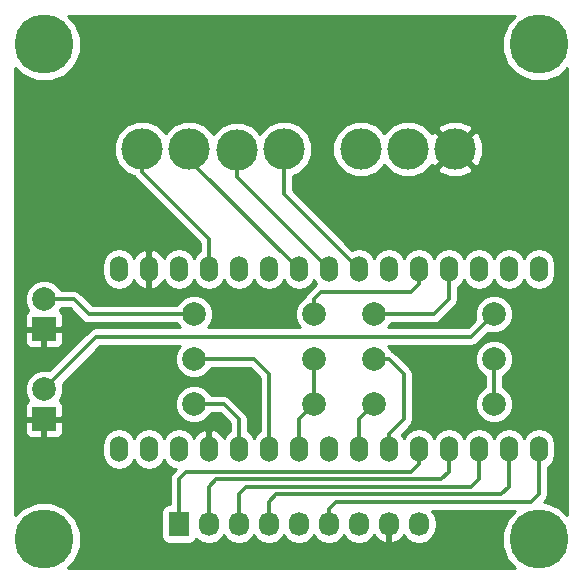
<source format=gbl>
G04 #@! TF.FileFunction,Copper,L2,Bot,Signal*
%FSLAX46Y46*%
G04 Gerber Fmt 4.6, Leading zero omitted, Abs format (unit mm)*
G04 Created by KiCad (PCBNEW 4.0.5+dfsg1-4) date Fri Sep 29 16:02:04 2017*
%MOMM*%
%LPD*%
G01*
G04 APERTURE LIST*
%ADD10C,0.100000*%
%ADD11C,5.000000*%
%ADD12O,1.524000X2.199640*%
%ADD13O,1.524000X2.197100*%
%ADD14R,1.727200X2.032000*%
%ADD15O,1.727200X2.032000*%
%ADD16C,3.500000*%
%ADD17C,1.998980*%
%ADD18R,2.000000X2.000000*%
%ADD19C,2.000000*%
%ADD20C,0.304800*%
%ADD21C,0.254000*%
G04 APERTURE END LIST*
D10*
D11*
X119380000Y-62230000D03*
X77470000Y-62230000D03*
X77470000Y-104140000D03*
D12*
X83820000Y-96520000D03*
X86360000Y-96520000D03*
X88900000Y-96520000D03*
X91440000Y-96520000D03*
X93980000Y-96520000D03*
X96520000Y-96520000D03*
X99060000Y-96520000D03*
X101600000Y-96520000D03*
X104140000Y-96520000D03*
X106680000Y-96520000D03*
X109220000Y-96520000D03*
X111760000Y-96520000D03*
X114300000Y-96520000D03*
X116840000Y-96520000D03*
X119380000Y-96520000D03*
X119380000Y-81280000D03*
X116840000Y-81280000D03*
X114300000Y-81280000D03*
X111760000Y-81280000D03*
D13*
X109220000Y-81280000D03*
X106680000Y-81280000D03*
X104140000Y-81280000D03*
X101600000Y-81280000D03*
X99060000Y-81280000D03*
X96520000Y-81280000D03*
X93980000Y-81280000D03*
X91440000Y-81280000D03*
X88900000Y-81280000D03*
X86360000Y-81280000D03*
X83820000Y-81280000D03*
D14*
X88900000Y-102870000D03*
D15*
X91440000Y-102870000D03*
X93980000Y-102870000D03*
X96520000Y-102870000D03*
X99060000Y-102870000D03*
X101600000Y-102870000D03*
X104140000Y-102870000D03*
X106680000Y-102870000D03*
X109220000Y-102870000D03*
D16*
X85790000Y-71120000D03*
X89790000Y-71120000D03*
X93790000Y-71220000D03*
X97790000Y-71120000D03*
X104290000Y-71120000D03*
X108290000Y-71120000D03*
X112290000Y-71120000D03*
D17*
X90170000Y-92710000D03*
X100330000Y-92710000D03*
X90170000Y-88900000D03*
X100330000Y-88900000D03*
X105410000Y-92710000D03*
X115570000Y-92710000D03*
X105410000Y-88900000D03*
X115570000Y-88900000D03*
D11*
X119380000Y-104140000D03*
D17*
X100330000Y-85090000D03*
X90170000Y-85090000D03*
X105410000Y-85090000D03*
X115570000Y-85090000D03*
D18*
X77470000Y-86360000D03*
D19*
X77470000Y-83820000D03*
D18*
X77470000Y-93980000D03*
D19*
X77470000Y-91440000D03*
D20*
X93980000Y-96520000D02*
X93980000Y-93980000D01*
X92710000Y-92710000D02*
X90170000Y-92710000D01*
X93980000Y-93980000D02*
X92710000Y-92710000D01*
X96520000Y-96520000D02*
X96520000Y-90170000D01*
X95250000Y-88900000D02*
X90170000Y-88900000D01*
X96520000Y-90170000D02*
X95250000Y-88900000D01*
X105410000Y-92710000D02*
X104140000Y-93980000D01*
X104140000Y-93980000D02*
X104140000Y-96520000D01*
X106680000Y-96520000D02*
X106680000Y-95250000D01*
X106680000Y-88900000D02*
X105410000Y-88900000D01*
X107950000Y-90170000D02*
X106680000Y-88900000D01*
X107950000Y-93980000D02*
X107950000Y-90170000D01*
X106680000Y-95250000D02*
X107950000Y-93980000D01*
X109220000Y-96520000D02*
X109220000Y-97790000D01*
X88900000Y-99060000D02*
X88900000Y-102870000D01*
X89535000Y-98425000D02*
X88900000Y-99060000D01*
X108585000Y-98425000D02*
X89535000Y-98425000D01*
X109220000Y-97790000D02*
X108585000Y-98425000D01*
X91440000Y-102870000D02*
X91440000Y-99695000D01*
X111760000Y-98425000D02*
X111760000Y-96520000D01*
X111125000Y-99060000D02*
X111760000Y-98425000D01*
X92075000Y-99060000D02*
X111125000Y-99060000D01*
X91440000Y-99695000D02*
X92075000Y-99060000D01*
X93980000Y-102870000D02*
X93980000Y-100330000D01*
X114300000Y-99060000D02*
X114300000Y-96520000D01*
X113665000Y-99695000D02*
X114300000Y-99060000D01*
X94615000Y-99695000D02*
X113665000Y-99695000D01*
X93980000Y-100330000D02*
X94615000Y-99695000D01*
X96520000Y-102870000D02*
X96520000Y-100965000D01*
X116840000Y-99695000D02*
X116840000Y-96520000D01*
X116205000Y-100330000D02*
X116840000Y-99695000D01*
X97155000Y-100330000D02*
X116205000Y-100330000D01*
X96520000Y-100965000D02*
X97155000Y-100330000D01*
X101600000Y-102870000D02*
X101600000Y-101600000D01*
X119380000Y-100330000D02*
X119380000Y-96520000D01*
X118745000Y-100965000D02*
X119380000Y-100330000D01*
X102235000Y-100965000D02*
X118745000Y-100965000D01*
X101600000Y-101600000D02*
X102235000Y-100965000D01*
X111760000Y-81280000D02*
X111760000Y-83820000D01*
X110490000Y-85090000D02*
X105410000Y-85090000D01*
X111760000Y-83820000D02*
X110490000Y-85090000D01*
X109220000Y-81280000D02*
X109220000Y-82550000D01*
X100330000Y-83820000D02*
X100330000Y-85090000D01*
X100965000Y-83185000D02*
X100330000Y-83820000D01*
X108585000Y-83185000D02*
X100965000Y-83185000D01*
X109220000Y-82550000D02*
X108585000Y-83185000D01*
X97790000Y-71120000D02*
X97790000Y-74930000D01*
X97790000Y-74930000D02*
X104140000Y-81280000D01*
X93790000Y-71220000D02*
X93790000Y-73470000D01*
X93790000Y-73470000D02*
X101600000Y-81280000D01*
X89790000Y-71120000D02*
X89790000Y-72010000D01*
X89790000Y-72010000D02*
X99060000Y-81280000D01*
X85790000Y-71120000D02*
X85790000Y-73090000D01*
X91440000Y-78740000D02*
X91440000Y-81280000D01*
X85790000Y-73090000D02*
X91440000Y-78740000D01*
X115570000Y-88900000D02*
X115570000Y-92710000D01*
X99060000Y-96520000D02*
X99060000Y-93980000D01*
X99060000Y-93980000D02*
X100330000Y-92710000D01*
X100330000Y-88900000D02*
X100330000Y-92710000D01*
X90170000Y-85090000D02*
X81280000Y-85090000D01*
X80010000Y-83820000D02*
X77470000Y-83820000D01*
X81280000Y-85090000D02*
X80010000Y-83820000D01*
X115570000Y-85090000D02*
X113665000Y-86995000D01*
X81915000Y-86995000D02*
X77470000Y-91440000D01*
X113665000Y-86995000D02*
X81915000Y-86995000D01*
D21*
G36*
X116723826Y-60451847D02*
X116245546Y-61603674D01*
X116244457Y-62850854D01*
X116720727Y-64003515D01*
X117601847Y-64886174D01*
X118753674Y-65364454D01*
X120000854Y-65365543D01*
X121153515Y-64889273D01*
X121793000Y-64250903D01*
X121793000Y-102119782D01*
X121158153Y-101483826D01*
X120006326Y-101005546D01*
X119818170Y-101005382D01*
X119936776Y-100886776D01*
X120107463Y-100631325D01*
X120167400Y-100330000D01*
X120167400Y-98013557D01*
X120367828Y-97879635D01*
X120670660Y-97426416D01*
X120777000Y-96891807D01*
X120777000Y-96148193D01*
X120670660Y-95613584D01*
X120367828Y-95160365D01*
X119914609Y-94857533D01*
X119380000Y-94751193D01*
X118845391Y-94857533D01*
X118392172Y-95160365D01*
X118110000Y-95582664D01*
X117827828Y-95160365D01*
X117374609Y-94857533D01*
X116840000Y-94751193D01*
X116305391Y-94857533D01*
X115852172Y-95160365D01*
X115570000Y-95582664D01*
X115287828Y-95160365D01*
X114834609Y-94857533D01*
X114300000Y-94751193D01*
X113765391Y-94857533D01*
X113312172Y-95160365D01*
X113030000Y-95582664D01*
X112747828Y-95160365D01*
X112294609Y-94857533D01*
X111760000Y-94751193D01*
X111225391Y-94857533D01*
X110772172Y-95160365D01*
X110490000Y-95582664D01*
X110207828Y-95160365D01*
X109754609Y-94857533D01*
X109220000Y-94751193D01*
X108685391Y-94857533D01*
X108232172Y-95160365D01*
X107950000Y-95582664D01*
X107754089Y-95289463D01*
X108506776Y-94536776D01*
X108677463Y-94281325D01*
X108737400Y-93980000D01*
X108737400Y-90170000D01*
X108677463Y-89868675D01*
X108506776Y-89613224D01*
X108117246Y-89223694D01*
X113935226Y-89223694D01*
X114183538Y-89824655D01*
X114642927Y-90284846D01*
X114782600Y-90342843D01*
X114782600Y-91266825D01*
X114645345Y-91323538D01*
X114185154Y-91782927D01*
X113935794Y-92383453D01*
X113935226Y-93033694D01*
X114183538Y-93634655D01*
X114642927Y-94094846D01*
X115243453Y-94344206D01*
X115893694Y-94344774D01*
X116494655Y-94096462D01*
X116954846Y-93637073D01*
X117204206Y-93036547D01*
X117204774Y-92386306D01*
X116956462Y-91785345D01*
X116497073Y-91325154D01*
X116357400Y-91267157D01*
X116357400Y-90343175D01*
X116494655Y-90286462D01*
X116954846Y-89827073D01*
X117204206Y-89226547D01*
X117204774Y-88576306D01*
X116956462Y-87975345D01*
X116497073Y-87515154D01*
X115896547Y-87265794D01*
X115246306Y-87265226D01*
X114645345Y-87513538D01*
X114185154Y-87972927D01*
X113935794Y-88573453D01*
X113935226Y-89223694D01*
X108117246Y-89223694D01*
X107236776Y-88343224D01*
X106981325Y-88172537D01*
X106868682Y-88150131D01*
X106796462Y-87975345D01*
X106603853Y-87782400D01*
X113665000Y-87782400D01*
X113966325Y-87722463D01*
X114221776Y-87551776D01*
X115106298Y-86667254D01*
X115243453Y-86724206D01*
X115893694Y-86724774D01*
X116494655Y-86476462D01*
X116954846Y-86017073D01*
X117204206Y-85416547D01*
X117204774Y-84766306D01*
X116956462Y-84165345D01*
X116497073Y-83705154D01*
X115896547Y-83455794D01*
X115246306Y-83455226D01*
X114645345Y-83703538D01*
X114185154Y-84162927D01*
X113935794Y-84763453D01*
X113935226Y-85413694D01*
X113992980Y-85553468D01*
X113338848Y-86207600D01*
X106603986Y-86207600D01*
X106794846Y-86017073D01*
X106852843Y-85877400D01*
X110490000Y-85877400D01*
X110791325Y-85817463D01*
X111046776Y-85646776D01*
X112316776Y-84376776D01*
X112487463Y-84121325D01*
X112547400Y-83820000D01*
X112547400Y-82773557D01*
X112747828Y-82639635D01*
X113030000Y-82217336D01*
X113312172Y-82639635D01*
X113765391Y-82942467D01*
X114300000Y-83048807D01*
X114834609Y-82942467D01*
X115287828Y-82639635D01*
X115570000Y-82217336D01*
X115852172Y-82639635D01*
X116305391Y-82942467D01*
X116840000Y-83048807D01*
X117374609Y-82942467D01*
X117827828Y-82639635D01*
X118110000Y-82217336D01*
X118392172Y-82639635D01*
X118845391Y-82942467D01*
X119380000Y-83048807D01*
X119914609Y-82942467D01*
X120367828Y-82639635D01*
X120670660Y-82186416D01*
X120777000Y-81651807D01*
X120777000Y-80908193D01*
X120670660Y-80373584D01*
X120367828Y-79920365D01*
X119914609Y-79617533D01*
X119380000Y-79511193D01*
X118845391Y-79617533D01*
X118392172Y-79920365D01*
X118110000Y-80342664D01*
X117827828Y-79920365D01*
X117374609Y-79617533D01*
X116840000Y-79511193D01*
X116305391Y-79617533D01*
X115852172Y-79920365D01*
X115570000Y-80342664D01*
X115287828Y-79920365D01*
X114834609Y-79617533D01*
X114300000Y-79511193D01*
X113765391Y-79617533D01*
X113312172Y-79920365D01*
X113030000Y-80342664D01*
X112747828Y-79920365D01*
X112294609Y-79617533D01*
X111760000Y-79511193D01*
X111225391Y-79617533D01*
X110772172Y-79920365D01*
X110489567Y-80343312D01*
X110207828Y-79921660D01*
X109754609Y-79618828D01*
X109220000Y-79512488D01*
X108685391Y-79618828D01*
X108232172Y-79921660D01*
X107950000Y-80343959D01*
X107667828Y-79921660D01*
X107214609Y-79618828D01*
X106680000Y-79512488D01*
X106145391Y-79618828D01*
X105692172Y-79921660D01*
X105410000Y-80343959D01*
X105127828Y-79921660D01*
X104674609Y-79618828D01*
X104140000Y-79512488D01*
X103605391Y-79618828D01*
X103597591Y-79624039D01*
X98577400Y-74603848D01*
X98577400Y-73375227D01*
X99139229Y-73143084D01*
X99810726Y-72472758D01*
X100174585Y-71596487D01*
X100174588Y-71592325D01*
X101904587Y-71592325D01*
X102266916Y-72469229D01*
X102937242Y-73140726D01*
X103813513Y-73504585D01*
X104762325Y-73505413D01*
X105639229Y-73143084D01*
X106290547Y-72492902D01*
X106937242Y-73140726D01*
X107813513Y-73504585D01*
X108762325Y-73505413D01*
X109639229Y-73143084D01*
X109968358Y-72814528D01*
X110775077Y-72814528D01*
X110965364Y-73159271D01*
X111846591Y-73510956D01*
X112795323Y-73498641D01*
X113614636Y-73159271D01*
X113804923Y-72814528D01*
X112290000Y-71299605D01*
X110775077Y-72814528D01*
X109968358Y-72814528D01*
X110307504Y-72475974D01*
X110595472Y-72634923D01*
X112110395Y-71120000D01*
X112469605Y-71120000D01*
X113984528Y-72634923D01*
X114329271Y-72444636D01*
X114680956Y-71563409D01*
X114668641Y-70614677D01*
X114329271Y-69795364D01*
X113984528Y-69605077D01*
X112469605Y-71120000D01*
X112110395Y-71120000D01*
X110595472Y-69605077D01*
X110306760Y-69764436D01*
X109968388Y-69425472D01*
X110775077Y-69425472D01*
X112290000Y-70940395D01*
X113804923Y-69425472D01*
X113614636Y-69080729D01*
X112733409Y-68729044D01*
X111784677Y-68741359D01*
X110965364Y-69080729D01*
X110775077Y-69425472D01*
X109968388Y-69425472D01*
X109642758Y-69099274D01*
X108766487Y-68735415D01*
X107817675Y-68734587D01*
X106940771Y-69096916D01*
X106289453Y-69747098D01*
X105642758Y-69099274D01*
X104766487Y-68735415D01*
X103817675Y-68734587D01*
X102940771Y-69096916D01*
X102269274Y-69767242D01*
X101905415Y-70643513D01*
X101904587Y-71592325D01*
X100174588Y-71592325D01*
X100175413Y-70647675D01*
X99813084Y-69770771D01*
X99142758Y-69099274D01*
X98266487Y-68735415D01*
X97317675Y-68734587D01*
X96440771Y-69096916D01*
X95769274Y-69767242D01*
X95751784Y-69809364D01*
X95142758Y-69199274D01*
X94266487Y-68835415D01*
X93317675Y-68834587D01*
X92440771Y-69196916D01*
X91828511Y-69808108D01*
X91813084Y-69770771D01*
X91142758Y-69099274D01*
X90266487Y-68735415D01*
X89317675Y-68734587D01*
X88440771Y-69096916D01*
X87789453Y-69747098D01*
X87142758Y-69099274D01*
X86266487Y-68735415D01*
X85317675Y-68734587D01*
X84440771Y-69096916D01*
X83769274Y-69767242D01*
X83405415Y-70643513D01*
X83404587Y-71592325D01*
X83766916Y-72469229D01*
X84437242Y-73140726D01*
X85070902Y-73403844D01*
X85233224Y-73646776D01*
X90652600Y-79066152D01*
X90652600Y-79787738D01*
X90452172Y-79921660D01*
X90170000Y-80343959D01*
X89887828Y-79921660D01*
X89434609Y-79618828D01*
X88900000Y-79512488D01*
X88365391Y-79618828D01*
X87912172Y-79921660D01*
X87621358Y-80356893D01*
X87602059Y-80291509D01*
X87258026Y-79865820D01*
X86777277Y-79604190D01*
X86703070Y-79589230D01*
X86487000Y-79711730D01*
X86487000Y-81153000D01*
X86507000Y-81153000D01*
X86507000Y-81407000D01*
X86487000Y-81407000D01*
X86487000Y-82848270D01*
X86703070Y-82970770D01*
X86777277Y-82955810D01*
X87258026Y-82694180D01*
X87602059Y-82268491D01*
X87621358Y-82203107D01*
X87912172Y-82638340D01*
X88365391Y-82941172D01*
X88900000Y-83047512D01*
X89434609Y-82941172D01*
X89887828Y-82638340D01*
X90170000Y-82216041D01*
X90452172Y-82638340D01*
X90905391Y-82941172D01*
X91440000Y-83047512D01*
X91974609Y-82941172D01*
X92427828Y-82638340D01*
X92710000Y-82216041D01*
X92992172Y-82638340D01*
X93445391Y-82941172D01*
X93980000Y-83047512D01*
X94514609Y-82941172D01*
X94967828Y-82638340D01*
X95250000Y-82216041D01*
X95532172Y-82638340D01*
X95985391Y-82941172D01*
X96520000Y-83047512D01*
X97054609Y-82941172D01*
X97507828Y-82638340D01*
X97790000Y-82216041D01*
X98072172Y-82638340D01*
X98525391Y-82941172D01*
X99060000Y-83047512D01*
X99594609Y-82941172D01*
X100047828Y-82638340D01*
X100330000Y-82216041D01*
X100544549Y-82537135D01*
X100408224Y-82628224D01*
X99773224Y-83263224D01*
X99602537Y-83518675D01*
X99580131Y-83631318D01*
X99405345Y-83703538D01*
X98945154Y-84162927D01*
X98695794Y-84763453D01*
X98695226Y-85413694D01*
X98943538Y-86014655D01*
X99136147Y-86207600D01*
X91363986Y-86207600D01*
X91554846Y-86017073D01*
X91804206Y-85416547D01*
X91804774Y-84766306D01*
X91556462Y-84165345D01*
X91097073Y-83705154D01*
X90496547Y-83455794D01*
X89846306Y-83455226D01*
X89245345Y-83703538D01*
X88785154Y-84162927D01*
X88727157Y-84302600D01*
X81606152Y-84302600D01*
X80566776Y-83263224D01*
X80311325Y-83092537D01*
X80010000Y-83032600D01*
X78913726Y-83032600D01*
X78856894Y-82895057D01*
X78397363Y-82434722D01*
X77796648Y-82185284D01*
X77146205Y-82184716D01*
X76545057Y-82433106D01*
X76084722Y-82892637D01*
X75835284Y-83493352D01*
X75834716Y-84143795D01*
X76083106Y-84744943D01*
X76145251Y-84807197D01*
X76110302Y-84821673D01*
X75931673Y-85000301D01*
X75835000Y-85233690D01*
X75835000Y-86074250D01*
X75993750Y-86233000D01*
X77343000Y-86233000D01*
X77343000Y-86213000D01*
X77597000Y-86213000D01*
X77597000Y-86233000D01*
X78946250Y-86233000D01*
X79105000Y-86074250D01*
X79105000Y-85233690D01*
X79008327Y-85000301D01*
X78829698Y-84821673D01*
X78795166Y-84807370D01*
X78855278Y-84747363D01*
X78913396Y-84607400D01*
X79683848Y-84607400D01*
X80723224Y-85646776D01*
X80978675Y-85817463D01*
X81280000Y-85877400D01*
X88726825Y-85877400D01*
X88783538Y-86014655D01*
X88976147Y-86207600D01*
X81915000Y-86207600D01*
X81613675Y-86267537D01*
X81358224Y-86438224D01*
X77934092Y-89862356D01*
X77796648Y-89805284D01*
X77146205Y-89804716D01*
X76545057Y-90053106D01*
X76084722Y-90512637D01*
X75835284Y-91113352D01*
X75834716Y-91763795D01*
X76083106Y-92364943D01*
X76145251Y-92427197D01*
X76110302Y-92441673D01*
X75931673Y-92620301D01*
X75835000Y-92853690D01*
X75835000Y-93694250D01*
X75993750Y-93853000D01*
X77343000Y-93853000D01*
X77343000Y-93833000D01*
X77597000Y-93833000D01*
X77597000Y-93853000D01*
X78946250Y-93853000D01*
X79105000Y-93694250D01*
X79105000Y-92853690D01*
X79008327Y-92620301D01*
X78829698Y-92441673D01*
X78795166Y-92427370D01*
X78855278Y-92367363D01*
X79104716Y-91766648D01*
X79105284Y-91116205D01*
X79047411Y-90976141D01*
X82241152Y-87782400D01*
X88976014Y-87782400D01*
X88785154Y-87972927D01*
X88535794Y-88573453D01*
X88535226Y-89223694D01*
X88783538Y-89824655D01*
X89242927Y-90284846D01*
X89843453Y-90534206D01*
X90493694Y-90534774D01*
X91094655Y-90286462D01*
X91554846Y-89827073D01*
X91612843Y-89687400D01*
X94923848Y-89687400D01*
X95732600Y-90496152D01*
X95732600Y-95026443D01*
X95532172Y-95160365D01*
X95250000Y-95582664D01*
X94967828Y-95160365D01*
X94767400Y-95026443D01*
X94767400Y-93980000D01*
X94707463Y-93678675D01*
X94536776Y-93423224D01*
X93266776Y-92153224D01*
X93011325Y-91982537D01*
X92710000Y-91922600D01*
X91613175Y-91922600D01*
X91556462Y-91785345D01*
X91097073Y-91325154D01*
X90496547Y-91075794D01*
X89846306Y-91075226D01*
X89245345Y-91323538D01*
X88785154Y-91782927D01*
X88535794Y-92383453D01*
X88535226Y-93033694D01*
X88783538Y-93634655D01*
X89242927Y-94094846D01*
X89843453Y-94344206D01*
X90493694Y-94344774D01*
X91094655Y-94096462D01*
X91554846Y-93637073D01*
X91612843Y-93497400D01*
X92383848Y-93497400D01*
X93192600Y-94306152D01*
X93192600Y-95026443D01*
X92992172Y-95160365D01*
X92701353Y-95595606D01*
X92682059Y-95530239D01*
X92338026Y-95104550D01*
X91857277Y-94842920D01*
X91783070Y-94827960D01*
X91567000Y-94950460D01*
X91567000Y-96393000D01*
X91587000Y-96393000D01*
X91587000Y-96647000D01*
X91567000Y-96647000D01*
X91567000Y-96667000D01*
X91313000Y-96667000D01*
X91313000Y-96647000D01*
X91293000Y-96647000D01*
X91293000Y-96393000D01*
X91313000Y-96393000D01*
X91313000Y-94950460D01*
X91096930Y-94827960D01*
X91022723Y-94842920D01*
X90541974Y-95104550D01*
X90197941Y-95530239D01*
X90178647Y-95595606D01*
X89887828Y-95160365D01*
X89434609Y-94857533D01*
X88900000Y-94751193D01*
X88365391Y-94857533D01*
X87912172Y-95160365D01*
X87630000Y-95582664D01*
X87347828Y-95160365D01*
X86894609Y-94857533D01*
X86360000Y-94751193D01*
X85825391Y-94857533D01*
X85372172Y-95160365D01*
X85090000Y-95582664D01*
X84807828Y-95160365D01*
X84354609Y-94857533D01*
X83820000Y-94751193D01*
X83285391Y-94857533D01*
X82832172Y-95160365D01*
X82529340Y-95613584D01*
X82423000Y-96148193D01*
X82423000Y-96891807D01*
X82529340Y-97426416D01*
X82832172Y-97879635D01*
X83285391Y-98182467D01*
X83820000Y-98288807D01*
X84354609Y-98182467D01*
X84807828Y-97879635D01*
X85090000Y-97457336D01*
X85372172Y-97879635D01*
X85825391Y-98182467D01*
X86360000Y-98288807D01*
X86894609Y-98182467D01*
X87347828Y-97879635D01*
X87630000Y-97457336D01*
X87912172Y-97879635D01*
X88365391Y-98182467D01*
X88614442Y-98232006D01*
X88343224Y-98503224D01*
X88172537Y-98758675D01*
X88112600Y-99060000D01*
X88112600Y-101206560D01*
X88036400Y-101206560D01*
X87801083Y-101250838D01*
X87584959Y-101389910D01*
X87439969Y-101602110D01*
X87388960Y-101854000D01*
X87388960Y-103886000D01*
X87433238Y-104121317D01*
X87572310Y-104337441D01*
X87784510Y-104482431D01*
X88036400Y-104533440D01*
X89763600Y-104533440D01*
X89998917Y-104489162D01*
X90215041Y-104350090D01*
X90360031Y-104137890D01*
X90368400Y-104096561D01*
X90380330Y-104114415D01*
X90866511Y-104439271D01*
X91440000Y-104553345D01*
X92013489Y-104439271D01*
X92499670Y-104114415D01*
X92710000Y-103799634D01*
X92920330Y-104114415D01*
X93406511Y-104439271D01*
X93980000Y-104553345D01*
X94553489Y-104439271D01*
X95039670Y-104114415D01*
X95250000Y-103799634D01*
X95460330Y-104114415D01*
X95946511Y-104439271D01*
X96520000Y-104553345D01*
X97093489Y-104439271D01*
X97579670Y-104114415D01*
X97790000Y-103799634D01*
X98000330Y-104114415D01*
X98486511Y-104439271D01*
X99060000Y-104553345D01*
X99633489Y-104439271D01*
X100119670Y-104114415D01*
X100330000Y-103799634D01*
X100540330Y-104114415D01*
X101026511Y-104439271D01*
X101600000Y-104553345D01*
X102173489Y-104439271D01*
X102659670Y-104114415D01*
X102870000Y-103799634D01*
X103080330Y-104114415D01*
X103566511Y-104439271D01*
X104140000Y-104553345D01*
X104713489Y-104439271D01*
X105199670Y-104114415D01*
X105406461Y-103804931D01*
X105777964Y-104220732D01*
X106305209Y-104474709D01*
X106320974Y-104477358D01*
X106553000Y-104356217D01*
X106553000Y-102997000D01*
X106533000Y-102997000D01*
X106533000Y-102743000D01*
X106553000Y-102743000D01*
X106553000Y-102723000D01*
X106807000Y-102723000D01*
X106807000Y-102743000D01*
X106827000Y-102743000D01*
X106827000Y-102997000D01*
X106807000Y-102997000D01*
X106807000Y-104356217D01*
X107039026Y-104477358D01*
X107054791Y-104474709D01*
X107582036Y-104220732D01*
X107953539Y-103804931D01*
X108160330Y-104114415D01*
X108646511Y-104439271D01*
X109220000Y-104553345D01*
X109793489Y-104439271D01*
X110279670Y-104114415D01*
X110604526Y-103628234D01*
X110718600Y-103054745D01*
X110718600Y-102685255D01*
X110604526Y-102111766D01*
X110364405Y-101752400D01*
X117334337Y-101752400D01*
X116723826Y-102361847D01*
X116245546Y-103513674D01*
X116244457Y-104760854D01*
X116720727Y-105913515D01*
X117359097Y-106553000D01*
X79490218Y-106553000D01*
X80126174Y-105918153D01*
X80604454Y-104766326D01*
X80605543Y-103519146D01*
X80129273Y-102366485D01*
X79248153Y-101483826D01*
X78096326Y-101005546D01*
X76849146Y-101004457D01*
X75696485Y-101480727D01*
X75057000Y-102119097D01*
X75057000Y-94265750D01*
X75835000Y-94265750D01*
X75835000Y-95106310D01*
X75931673Y-95339699D01*
X76110302Y-95518327D01*
X76343691Y-95615000D01*
X77184250Y-95615000D01*
X77343000Y-95456250D01*
X77343000Y-94107000D01*
X77597000Y-94107000D01*
X77597000Y-95456250D01*
X77755750Y-95615000D01*
X78596309Y-95615000D01*
X78829698Y-95518327D01*
X79008327Y-95339699D01*
X79105000Y-95106310D01*
X79105000Y-94265750D01*
X78946250Y-94107000D01*
X77597000Y-94107000D01*
X77343000Y-94107000D01*
X75993750Y-94107000D01*
X75835000Y-94265750D01*
X75057000Y-94265750D01*
X75057000Y-86645750D01*
X75835000Y-86645750D01*
X75835000Y-87486310D01*
X75931673Y-87719699D01*
X76110302Y-87898327D01*
X76343691Y-87995000D01*
X77184250Y-87995000D01*
X77343000Y-87836250D01*
X77343000Y-86487000D01*
X77597000Y-86487000D01*
X77597000Y-87836250D01*
X77755750Y-87995000D01*
X78596309Y-87995000D01*
X78829698Y-87898327D01*
X79008327Y-87719699D01*
X79105000Y-87486310D01*
X79105000Y-86645750D01*
X78946250Y-86487000D01*
X77597000Y-86487000D01*
X77343000Y-86487000D01*
X75993750Y-86487000D01*
X75835000Y-86645750D01*
X75057000Y-86645750D01*
X75057000Y-80909488D01*
X82423000Y-80909488D01*
X82423000Y-81650512D01*
X82529340Y-82185121D01*
X82832172Y-82638340D01*
X83285391Y-82941172D01*
X83820000Y-83047512D01*
X84354609Y-82941172D01*
X84807828Y-82638340D01*
X85098642Y-82203107D01*
X85117941Y-82268491D01*
X85461974Y-82694180D01*
X85942723Y-82955810D01*
X86016930Y-82970770D01*
X86233000Y-82848270D01*
X86233000Y-81407000D01*
X86213000Y-81407000D01*
X86213000Y-81153000D01*
X86233000Y-81153000D01*
X86233000Y-79711730D01*
X86016930Y-79589230D01*
X85942723Y-79604190D01*
X85461974Y-79865820D01*
X85117941Y-80291509D01*
X85098642Y-80356893D01*
X84807828Y-79921660D01*
X84354609Y-79618828D01*
X83820000Y-79512488D01*
X83285391Y-79618828D01*
X82832172Y-79921660D01*
X82529340Y-80374879D01*
X82423000Y-80909488D01*
X75057000Y-80909488D01*
X75057000Y-64250218D01*
X75691847Y-64886174D01*
X76843674Y-65364454D01*
X78090854Y-65365543D01*
X79243515Y-64889273D01*
X80126174Y-64008153D01*
X80604454Y-62856326D01*
X80605543Y-61609146D01*
X80129273Y-60456485D01*
X79490903Y-59817000D01*
X117359782Y-59817000D01*
X116723826Y-60451847D01*
X116723826Y-60451847D01*
G37*
X116723826Y-60451847D02*
X116245546Y-61603674D01*
X116244457Y-62850854D01*
X116720727Y-64003515D01*
X117601847Y-64886174D01*
X118753674Y-65364454D01*
X120000854Y-65365543D01*
X121153515Y-64889273D01*
X121793000Y-64250903D01*
X121793000Y-102119782D01*
X121158153Y-101483826D01*
X120006326Y-101005546D01*
X119818170Y-101005382D01*
X119936776Y-100886776D01*
X120107463Y-100631325D01*
X120167400Y-100330000D01*
X120167400Y-98013557D01*
X120367828Y-97879635D01*
X120670660Y-97426416D01*
X120777000Y-96891807D01*
X120777000Y-96148193D01*
X120670660Y-95613584D01*
X120367828Y-95160365D01*
X119914609Y-94857533D01*
X119380000Y-94751193D01*
X118845391Y-94857533D01*
X118392172Y-95160365D01*
X118110000Y-95582664D01*
X117827828Y-95160365D01*
X117374609Y-94857533D01*
X116840000Y-94751193D01*
X116305391Y-94857533D01*
X115852172Y-95160365D01*
X115570000Y-95582664D01*
X115287828Y-95160365D01*
X114834609Y-94857533D01*
X114300000Y-94751193D01*
X113765391Y-94857533D01*
X113312172Y-95160365D01*
X113030000Y-95582664D01*
X112747828Y-95160365D01*
X112294609Y-94857533D01*
X111760000Y-94751193D01*
X111225391Y-94857533D01*
X110772172Y-95160365D01*
X110490000Y-95582664D01*
X110207828Y-95160365D01*
X109754609Y-94857533D01*
X109220000Y-94751193D01*
X108685391Y-94857533D01*
X108232172Y-95160365D01*
X107950000Y-95582664D01*
X107754089Y-95289463D01*
X108506776Y-94536776D01*
X108677463Y-94281325D01*
X108737400Y-93980000D01*
X108737400Y-90170000D01*
X108677463Y-89868675D01*
X108506776Y-89613224D01*
X108117246Y-89223694D01*
X113935226Y-89223694D01*
X114183538Y-89824655D01*
X114642927Y-90284846D01*
X114782600Y-90342843D01*
X114782600Y-91266825D01*
X114645345Y-91323538D01*
X114185154Y-91782927D01*
X113935794Y-92383453D01*
X113935226Y-93033694D01*
X114183538Y-93634655D01*
X114642927Y-94094846D01*
X115243453Y-94344206D01*
X115893694Y-94344774D01*
X116494655Y-94096462D01*
X116954846Y-93637073D01*
X117204206Y-93036547D01*
X117204774Y-92386306D01*
X116956462Y-91785345D01*
X116497073Y-91325154D01*
X116357400Y-91267157D01*
X116357400Y-90343175D01*
X116494655Y-90286462D01*
X116954846Y-89827073D01*
X117204206Y-89226547D01*
X117204774Y-88576306D01*
X116956462Y-87975345D01*
X116497073Y-87515154D01*
X115896547Y-87265794D01*
X115246306Y-87265226D01*
X114645345Y-87513538D01*
X114185154Y-87972927D01*
X113935794Y-88573453D01*
X113935226Y-89223694D01*
X108117246Y-89223694D01*
X107236776Y-88343224D01*
X106981325Y-88172537D01*
X106868682Y-88150131D01*
X106796462Y-87975345D01*
X106603853Y-87782400D01*
X113665000Y-87782400D01*
X113966325Y-87722463D01*
X114221776Y-87551776D01*
X115106298Y-86667254D01*
X115243453Y-86724206D01*
X115893694Y-86724774D01*
X116494655Y-86476462D01*
X116954846Y-86017073D01*
X117204206Y-85416547D01*
X117204774Y-84766306D01*
X116956462Y-84165345D01*
X116497073Y-83705154D01*
X115896547Y-83455794D01*
X115246306Y-83455226D01*
X114645345Y-83703538D01*
X114185154Y-84162927D01*
X113935794Y-84763453D01*
X113935226Y-85413694D01*
X113992980Y-85553468D01*
X113338848Y-86207600D01*
X106603986Y-86207600D01*
X106794846Y-86017073D01*
X106852843Y-85877400D01*
X110490000Y-85877400D01*
X110791325Y-85817463D01*
X111046776Y-85646776D01*
X112316776Y-84376776D01*
X112487463Y-84121325D01*
X112547400Y-83820000D01*
X112547400Y-82773557D01*
X112747828Y-82639635D01*
X113030000Y-82217336D01*
X113312172Y-82639635D01*
X113765391Y-82942467D01*
X114300000Y-83048807D01*
X114834609Y-82942467D01*
X115287828Y-82639635D01*
X115570000Y-82217336D01*
X115852172Y-82639635D01*
X116305391Y-82942467D01*
X116840000Y-83048807D01*
X117374609Y-82942467D01*
X117827828Y-82639635D01*
X118110000Y-82217336D01*
X118392172Y-82639635D01*
X118845391Y-82942467D01*
X119380000Y-83048807D01*
X119914609Y-82942467D01*
X120367828Y-82639635D01*
X120670660Y-82186416D01*
X120777000Y-81651807D01*
X120777000Y-80908193D01*
X120670660Y-80373584D01*
X120367828Y-79920365D01*
X119914609Y-79617533D01*
X119380000Y-79511193D01*
X118845391Y-79617533D01*
X118392172Y-79920365D01*
X118110000Y-80342664D01*
X117827828Y-79920365D01*
X117374609Y-79617533D01*
X116840000Y-79511193D01*
X116305391Y-79617533D01*
X115852172Y-79920365D01*
X115570000Y-80342664D01*
X115287828Y-79920365D01*
X114834609Y-79617533D01*
X114300000Y-79511193D01*
X113765391Y-79617533D01*
X113312172Y-79920365D01*
X113030000Y-80342664D01*
X112747828Y-79920365D01*
X112294609Y-79617533D01*
X111760000Y-79511193D01*
X111225391Y-79617533D01*
X110772172Y-79920365D01*
X110489567Y-80343312D01*
X110207828Y-79921660D01*
X109754609Y-79618828D01*
X109220000Y-79512488D01*
X108685391Y-79618828D01*
X108232172Y-79921660D01*
X107950000Y-80343959D01*
X107667828Y-79921660D01*
X107214609Y-79618828D01*
X106680000Y-79512488D01*
X106145391Y-79618828D01*
X105692172Y-79921660D01*
X105410000Y-80343959D01*
X105127828Y-79921660D01*
X104674609Y-79618828D01*
X104140000Y-79512488D01*
X103605391Y-79618828D01*
X103597591Y-79624039D01*
X98577400Y-74603848D01*
X98577400Y-73375227D01*
X99139229Y-73143084D01*
X99810726Y-72472758D01*
X100174585Y-71596487D01*
X100174588Y-71592325D01*
X101904587Y-71592325D01*
X102266916Y-72469229D01*
X102937242Y-73140726D01*
X103813513Y-73504585D01*
X104762325Y-73505413D01*
X105639229Y-73143084D01*
X106290547Y-72492902D01*
X106937242Y-73140726D01*
X107813513Y-73504585D01*
X108762325Y-73505413D01*
X109639229Y-73143084D01*
X109968358Y-72814528D01*
X110775077Y-72814528D01*
X110965364Y-73159271D01*
X111846591Y-73510956D01*
X112795323Y-73498641D01*
X113614636Y-73159271D01*
X113804923Y-72814528D01*
X112290000Y-71299605D01*
X110775077Y-72814528D01*
X109968358Y-72814528D01*
X110307504Y-72475974D01*
X110595472Y-72634923D01*
X112110395Y-71120000D01*
X112469605Y-71120000D01*
X113984528Y-72634923D01*
X114329271Y-72444636D01*
X114680956Y-71563409D01*
X114668641Y-70614677D01*
X114329271Y-69795364D01*
X113984528Y-69605077D01*
X112469605Y-71120000D01*
X112110395Y-71120000D01*
X110595472Y-69605077D01*
X110306760Y-69764436D01*
X109968388Y-69425472D01*
X110775077Y-69425472D01*
X112290000Y-70940395D01*
X113804923Y-69425472D01*
X113614636Y-69080729D01*
X112733409Y-68729044D01*
X111784677Y-68741359D01*
X110965364Y-69080729D01*
X110775077Y-69425472D01*
X109968388Y-69425472D01*
X109642758Y-69099274D01*
X108766487Y-68735415D01*
X107817675Y-68734587D01*
X106940771Y-69096916D01*
X106289453Y-69747098D01*
X105642758Y-69099274D01*
X104766487Y-68735415D01*
X103817675Y-68734587D01*
X102940771Y-69096916D01*
X102269274Y-69767242D01*
X101905415Y-70643513D01*
X101904587Y-71592325D01*
X100174588Y-71592325D01*
X100175413Y-70647675D01*
X99813084Y-69770771D01*
X99142758Y-69099274D01*
X98266487Y-68735415D01*
X97317675Y-68734587D01*
X96440771Y-69096916D01*
X95769274Y-69767242D01*
X95751784Y-69809364D01*
X95142758Y-69199274D01*
X94266487Y-68835415D01*
X93317675Y-68834587D01*
X92440771Y-69196916D01*
X91828511Y-69808108D01*
X91813084Y-69770771D01*
X91142758Y-69099274D01*
X90266487Y-68735415D01*
X89317675Y-68734587D01*
X88440771Y-69096916D01*
X87789453Y-69747098D01*
X87142758Y-69099274D01*
X86266487Y-68735415D01*
X85317675Y-68734587D01*
X84440771Y-69096916D01*
X83769274Y-69767242D01*
X83405415Y-70643513D01*
X83404587Y-71592325D01*
X83766916Y-72469229D01*
X84437242Y-73140726D01*
X85070902Y-73403844D01*
X85233224Y-73646776D01*
X90652600Y-79066152D01*
X90652600Y-79787738D01*
X90452172Y-79921660D01*
X90170000Y-80343959D01*
X89887828Y-79921660D01*
X89434609Y-79618828D01*
X88900000Y-79512488D01*
X88365391Y-79618828D01*
X87912172Y-79921660D01*
X87621358Y-80356893D01*
X87602059Y-80291509D01*
X87258026Y-79865820D01*
X86777277Y-79604190D01*
X86703070Y-79589230D01*
X86487000Y-79711730D01*
X86487000Y-81153000D01*
X86507000Y-81153000D01*
X86507000Y-81407000D01*
X86487000Y-81407000D01*
X86487000Y-82848270D01*
X86703070Y-82970770D01*
X86777277Y-82955810D01*
X87258026Y-82694180D01*
X87602059Y-82268491D01*
X87621358Y-82203107D01*
X87912172Y-82638340D01*
X88365391Y-82941172D01*
X88900000Y-83047512D01*
X89434609Y-82941172D01*
X89887828Y-82638340D01*
X90170000Y-82216041D01*
X90452172Y-82638340D01*
X90905391Y-82941172D01*
X91440000Y-83047512D01*
X91974609Y-82941172D01*
X92427828Y-82638340D01*
X92710000Y-82216041D01*
X92992172Y-82638340D01*
X93445391Y-82941172D01*
X93980000Y-83047512D01*
X94514609Y-82941172D01*
X94967828Y-82638340D01*
X95250000Y-82216041D01*
X95532172Y-82638340D01*
X95985391Y-82941172D01*
X96520000Y-83047512D01*
X97054609Y-82941172D01*
X97507828Y-82638340D01*
X97790000Y-82216041D01*
X98072172Y-82638340D01*
X98525391Y-82941172D01*
X99060000Y-83047512D01*
X99594609Y-82941172D01*
X100047828Y-82638340D01*
X100330000Y-82216041D01*
X100544549Y-82537135D01*
X100408224Y-82628224D01*
X99773224Y-83263224D01*
X99602537Y-83518675D01*
X99580131Y-83631318D01*
X99405345Y-83703538D01*
X98945154Y-84162927D01*
X98695794Y-84763453D01*
X98695226Y-85413694D01*
X98943538Y-86014655D01*
X99136147Y-86207600D01*
X91363986Y-86207600D01*
X91554846Y-86017073D01*
X91804206Y-85416547D01*
X91804774Y-84766306D01*
X91556462Y-84165345D01*
X91097073Y-83705154D01*
X90496547Y-83455794D01*
X89846306Y-83455226D01*
X89245345Y-83703538D01*
X88785154Y-84162927D01*
X88727157Y-84302600D01*
X81606152Y-84302600D01*
X80566776Y-83263224D01*
X80311325Y-83092537D01*
X80010000Y-83032600D01*
X78913726Y-83032600D01*
X78856894Y-82895057D01*
X78397363Y-82434722D01*
X77796648Y-82185284D01*
X77146205Y-82184716D01*
X76545057Y-82433106D01*
X76084722Y-82892637D01*
X75835284Y-83493352D01*
X75834716Y-84143795D01*
X76083106Y-84744943D01*
X76145251Y-84807197D01*
X76110302Y-84821673D01*
X75931673Y-85000301D01*
X75835000Y-85233690D01*
X75835000Y-86074250D01*
X75993750Y-86233000D01*
X77343000Y-86233000D01*
X77343000Y-86213000D01*
X77597000Y-86213000D01*
X77597000Y-86233000D01*
X78946250Y-86233000D01*
X79105000Y-86074250D01*
X79105000Y-85233690D01*
X79008327Y-85000301D01*
X78829698Y-84821673D01*
X78795166Y-84807370D01*
X78855278Y-84747363D01*
X78913396Y-84607400D01*
X79683848Y-84607400D01*
X80723224Y-85646776D01*
X80978675Y-85817463D01*
X81280000Y-85877400D01*
X88726825Y-85877400D01*
X88783538Y-86014655D01*
X88976147Y-86207600D01*
X81915000Y-86207600D01*
X81613675Y-86267537D01*
X81358224Y-86438224D01*
X77934092Y-89862356D01*
X77796648Y-89805284D01*
X77146205Y-89804716D01*
X76545057Y-90053106D01*
X76084722Y-90512637D01*
X75835284Y-91113352D01*
X75834716Y-91763795D01*
X76083106Y-92364943D01*
X76145251Y-92427197D01*
X76110302Y-92441673D01*
X75931673Y-92620301D01*
X75835000Y-92853690D01*
X75835000Y-93694250D01*
X75993750Y-93853000D01*
X77343000Y-93853000D01*
X77343000Y-93833000D01*
X77597000Y-93833000D01*
X77597000Y-93853000D01*
X78946250Y-93853000D01*
X79105000Y-93694250D01*
X79105000Y-92853690D01*
X79008327Y-92620301D01*
X78829698Y-92441673D01*
X78795166Y-92427370D01*
X78855278Y-92367363D01*
X79104716Y-91766648D01*
X79105284Y-91116205D01*
X79047411Y-90976141D01*
X82241152Y-87782400D01*
X88976014Y-87782400D01*
X88785154Y-87972927D01*
X88535794Y-88573453D01*
X88535226Y-89223694D01*
X88783538Y-89824655D01*
X89242927Y-90284846D01*
X89843453Y-90534206D01*
X90493694Y-90534774D01*
X91094655Y-90286462D01*
X91554846Y-89827073D01*
X91612843Y-89687400D01*
X94923848Y-89687400D01*
X95732600Y-90496152D01*
X95732600Y-95026443D01*
X95532172Y-95160365D01*
X95250000Y-95582664D01*
X94967828Y-95160365D01*
X94767400Y-95026443D01*
X94767400Y-93980000D01*
X94707463Y-93678675D01*
X94536776Y-93423224D01*
X93266776Y-92153224D01*
X93011325Y-91982537D01*
X92710000Y-91922600D01*
X91613175Y-91922600D01*
X91556462Y-91785345D01*
X91097073Y-91325154D01*
X90496547Y-91075794D01*
X89846306Y-91075226D01*
X89245345Y-91323538D01*
X88785154Y-91782927D01*
X88535794Y-92383453D01*
X88535226Y-93033694D01*
X88783538Y-93634655D01*
X89242927Y-94094846D01*
X89843453Y-94344206D01*
X90493694Y-94344774D01*
X91094655Y-94096462D01*
X91554846Y-93637073D01*
X91612843Y-93497400D01*
X92383848Y-93497400D01*
X93192600Y-94306152D01*
X93192600Y-95026443D01*
X92992172Y-95160365D01*
X92701353Y-95595606D01*
X92682059Y-95530239D01*
X92338026Y-95104550D01*
X91857277Y-94842920D01*
X91783070Y-94827960D01*
X91567000Y-94950460D01*
X91567000Y-96393000D01*
X91587000Y-96393000D01*
X91587000Y-96647000D01*
X91567000Y-96647000D01*
X91567000Y-96667000D01*
X91313000Y-96667000D01*
X91313000Y-96647000D01*
X91293000Y-96647000D01*
X91293000Y-96393000D01*
X91313000Y-96393000D01*
X91313000Y-94950460D01*
X91096930Y-94827960D01*
X91022723Y-94842920D01*
X90541974Y-95104550D01*
X90197941Y-95530239D01*
X90178647Y-95595606D01*
X89887828Y-95160365D01*
X89434609Y-94857533D01*
X88900000Y-94751193D01*
X88365391Y-94857533D01*
X87912172Y-95160365D01*
X87630000Y-95582664D01*
X87347828Y-95160365D01*
X86894609Y-94857533D01*
X86360000Y-94751193D01*
X85825391Y-94857533D01*
X85372172Y-95160365D01*
X85090000Y-95582664D01*
X84807828Y-95160365D01*
X84354609Y-94857533D01*
X83820000Y-94751193D01*
X83285391Y-94857533D01*
X82832172Y-95160365D01*
X82529340Y-95613584D01*
X82423000Y-96148193D01*
X82423000Y-96891807D01*
X82529340Y-97426416D01*
X82832172Y-97879635D01*
X83285391Y-98182467D01*
X83820000Y-98288807D01*
X84354609Y-98182467D01*
X84807828Y-97879635D01*
X85090000Y-97457336D01*
X85372172Y-97879635D01*
X85825391Y-98182467D01*
X86360000Y-98288807D01*
X86894609Y-98182467D01*
X87347828Y-97879635D01*
X87630000Y-97457336D01*
X87912172Y-97879635D01*
X88365391Y-98182467D01*
X88614442Y-98232006D01*
X88343224Y-98503224D01*
X88172537Y-98758675D01*
X88112600Y-99060000D01*
X88112600Y-101206560D01*
X88036400Y-101206560D01*
X87801083Y-101250838D01*
X87584959Y-101389910D01*
X87439969Y-101602110D01*
X87388960Y-101854000D01*
X87388960Y-103886000D01*
X87433238Y-104121317D01*
X87572310Y-104337441D01*
X87784510Y-104482431D01*
X88036400Y-104533440D01*
X89763600Y-104533440D01*
X89998917Y-104489162D01*
X90215041Y-104350090D01*
X90360031Y-104137890D01*
X90368400Y-104096561D01*
X90380330Y-104114415D01*
X90866511Y-104439271D01*
X91440000Y-104553345D01*
X92013489Y-104439271D01*
X92499670Y-104114415D01*
X92710000Y-103799634D01*
X92920330Y-104114415D01*
X93406511Y-104439271D01*
X93980000Y-104553345D01*
X94553489Y-104439271D01*
X95039670Y-104114415D01*
X95250000Y-103799634D01*
X95460330Y-104114415D01*
X95946511Y-104439271D01*
X96520000Y-104553345D01*
X97093489Y-104439271D01*
X97579670Y-104114415D01*
X97790000Y-103799634D01*
X98000330Y-104114415D01*
X98486511Y-104439271D01*
X99060000Y-104553345D01*
X99633489Y-104439271D01*
X100119670Y-104114415D01*
X100330000Y-103799634D01*
X100540330Y-104114415D01*
X101026511Y-104439271D01*
X101600000Y-104553345D01*
X102173489Y-104439271D01*
X102659670Y-104114415D01*
X102870000Y-103799634D01*
X103080330Y-104114415D01*
X103566511Y-104439271D01*
X104140000Y-104553345D01*
X104713489Y-104439271D01*
X105199670Y-104114415D01*
X105406461Y-103804931D01*
X105777964Y-104220732D01*
X106305209Y-104474709D01*
X106320974Y-104477358D01*
X106553000Y-104356217D01*
X106553000Y-102997000D01*
X106533000Y-102997000D01*
X106533000Y-102743000D01*
X106553000Y-102743000D01*
X106553000Y-102723000D01*
X106807000Y-102723000D01*
X106807000Y-102743000D01*
X106827000Y-102743000D01*
X106827000Y-102997000D01*
X106807000Y-102997000D01*
X106807000Y-104356217D01*
X107039026Y-104477358D01*
X107054791Y-104474709D01*
X107582036Y-104220732D01*
X107953539Y-103804931D01*
X108160330Y-104114415D01*
X108646511Y-104439271D01*
X109220000Y-104553345D01*
X109793489Y-104439271D01*
X110279670Y-104114415D01*
X110604526Y-103628234D01*
X110718600Y-103054745D01*
X110718600Y-102685255D01*
X110604526Y-102111766D01*
X110364405Y-101752400D01*
X117334337Y-101752400D01*
X116723826Y-102361847D01*
X116245546Y-103513674D01*
X116244457Y-104760854D01*
X116720727Y-105913515D01*
X117359097Y-106553000D01*
X79490218Y-106553000D01*
X80126174Y-105918153D01*
X80604454Y-104766326D01*
X80605543Y-103519146D01*
X80129273Y-102366485D01*
X79248153Y-101483826D01*
X78096326Y-101005546D01*
X76849146Y-101004457D01*
X75696485Y-101480727D01*
X75057000Y-102119097D01*
X75057000Y-94265750D01*
X75835000Y-94265750D01*
X75835000Y-95106310D01*
X75931673Y-95339699D01*
X76110302Y-95518327D01*
X76343691Y-95615000D01*
X77184250Y-95615000D01*
X77343000Y-95456250D01*
X77343000Y-94107000D01*
X77597000Y-94107000D01*
X77597000Y-95456250D01*
X77755750Y-95615000D01*
X78596309Y-95615000D01*
X78829698Y-95518327D01*
X79008327Y-95339699D01*
X79105000Y-95106310D01*
X79105000Y-94265750D01*
X78946250Y-94107000D01*
X77597000Y-94107000D01*
X77343000Y-94107000D01*
X75993750Y-94107000D01*
X75835000Y-94265750D01*
X75057000Y-94265750D01*
X75057000Y-86645750D01*
X75835000Y-86645750D01*
X75835000Y-87486310D01*
X75931673Y-87719699D01*
X76110302Y-87898327D01*
X76343691Y-87995000D01*
X77184250Y-87995000D01*
X77343000Y-87836250D01*
X77343000Y-86487000D01*
X77597000Y-86487000D01*
X77597000Y-87836250D01*
X77755750Y-87995000D01*
X78596309Y-87995000D01*
X78829698Y-87898327D01*
X79008327Y-87719699D01*
X79105000Y-87486310D01*
X79105000Y-86645750D01*
X78946250Y-86487000D01*
X77597000Y-86487000D01*
X77343000Y-86487000D01*
X75993750Y-86487000D01*
X75835000Y-86645750D01*
X75057000Y-86645750D01*
X75057000Y-80909488D01*
X82423000Y-80909488D01*
X82423000Y-81650512D01*
X82529340Y-82185121D01*
X82832172Y-82638340D01*
X83285391Y-82941172D01*
X83820000Y-83047512D01*
X84354609Y-82941172D01*
X84807828Y-82638340D01*
X85098642Y-82203107D01*
X85117941Y-82268491D01*
X85461974Y-82694180D01*
X85942723Y-82955810D01*
X86016930Y-82970770D01*
X86233000Y-82848270D01*
X86233000Y-81407000D01*
X86213000Y-81407000D01*
X86213000Y-81153000D01*
X86233000Y-81153000D01*
X86233000Y-79711730D01*
X86016930Y-79589230D01*
X85942723Y-79604190D01*
X85461974Y-79865820D01*
X85117941Y-80291509D01*
X85098642Y-80356893D01*
X84807828Y-79921660D01*
X84354609Y-79618828D01*
X83820000Y-79512488D01*
X83285391Y-79618828D01*
X82832172Y-79921660D01*
X82529340Y-80374879D01*
X82423000Y-80909488D01*
X75057000Y-80909488D01*
X75057000Y-64250218D01*
X75691847Y-64886174D01*
X76843674Y-65364454D01*
X78090854Y-65365543D01*
X79243515Y-64889273D01*
X80126174Y-64008153D01*
X80604454Y-62856326D01*
X80605543Y-61609146D01*
X80129273Y-60456485D01*
X79490903Y-59817000D01*
X117359782Y-59817000D01*
X116723826Y-60451847D01*
M02*

</source>
